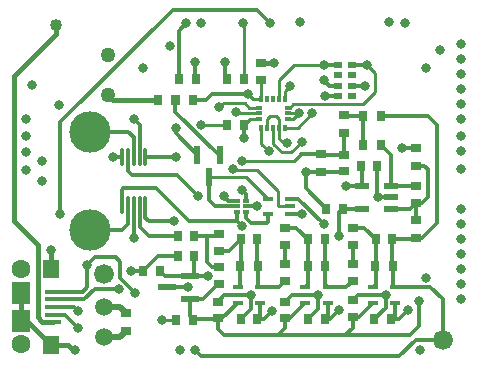
<source format=gbl>
%FSLAX24Y24*%
%MOIN*%
G70*
G01*
G75*
G04 Layer_Physical_Order=4*
G04 Layer_Color=16711680*
%ADD10R,0.0354X0.0315*%
%ADD11R,0.0315X0.0354*%
%ADD12R,0.0276X0.0354*%
%ADD13R,0.0319X0.0661*%
%ADD14R,0.0394X0.0315*%
%ADD15R,0.0276X0.0591*%
%ADD16R,0.0600X0.0300*%
%ADD17R,0.0300X0.0598*%
%ADD18R,0.0598X0.0300*%
%ADD19R,0.0217X0.0394*%
%ADD20R,0.0157X0.0157*%
%ADD21C,0.0150*%
%ADD22C,0.0120*%
%ADD23C,0.0100*%
%ADD24C,0.0181*%
%ADD25C,0.0630*%
%ADD26C,0.0661*%
%ADD27C,0.0591*%
%ADD28C,0.1378*%
%ADD29C,0.0320*%
%ADD30C,0.0400*%
%ADD31C,0.0500*%
%ADD32R,0.0354X0.0276*%
%ADD33R,0.0532X0.0157*%
%ADD34R,0.0630X0.0748*%
%ADD35R,0.0551X0.0630*%
%ADD36R,0.0236X0.0591*%
%ADD37R,0.0591X0.0236*%
%ADD38O,0.0118X0.0650*%
%ADD39R,0.0335X0.0157*%
%ADD40R,0.0512X0.0217*%
%ADD41R,0.0209X0.0118*%
%ADD42R,0.0193X0.0118*%
%ADD43R,0.0201X0.0136*%
%ADD44R,0.0136X0.0201*%
%ADD45R,0.0315X0.0197*%
%ADD46C,0.0200*%
D10*
X7100Y1474D02*
D03*
Y2026D02*
D03*
X9350Y1474D02*
D03*
Y2026D02*
D03*
X11600Y1524D02*
D03*
Y2076D02*
D03*
X11300Y6374D02*
D03*
Y6926D02*
D03*
X8550Y9424D02*
D03*
Y9976D02*
D03*
X9350Y3276D02*
D03*
Y2724D02*
D03*
X11600Y3276D02*
D03*
Y2724D02*
D03*
D11*
X6326Y3550D02*
D03*
X5774D02*
D03*
X5176Y3050D02*
D03*
X4624D02*
D03*
X6276Y1400D02*
D03*
X5724D02*
D03*
X7874Y4100D02*
D03*
X8426D02*
D03*
X10124D02*
D03*
X10676D02*
D03*
X5774Y4200D02*
D03*
X6326D02*
D03*
X8426Y1450D02*
D03*
X7874D02*
D03*
X10676D02*
D03*
X10124D02*
D03*
X12374Y4100D02*
D03*
X12926D02*
D03*
X12876Y1450D02*
D03*
X12324D02*
D03*
X11274Y5126D02*
D03*
X10723D02*
D03*
X11874Y6550D02*
D03*
X12426D02*
D03*
X7976Y7900D02*
D03*
X7424D02*
D03*
D12*
X7995Y9450D02*
D03*
X7405D02*
D03*
X5805Y9450D02*
D03*
X6395D02*
D03*
X8445Y3200D02*
D03*
X7855D02*
D03*
X10695D02*
D03*
X10105D02*
D03*
X12945D02*
D03*
X12355D02*
D03*
X11955Y8200D02*
D03*
X12545D02*
D03*
X11955Y7250D02*
D03*
X12545D02*
D03*
X5105Y8750D02*
D03*
X5695D02*
D03*
X6295Y8750D02*
D03*
X5705D02*
D03*
D21*
X3450Y8900D02*
X3600Y8750D01*
X1100Y1500D02*
Y3900D01*
X300Y4700D02*
X1100Y3900D01*
X300Y4700D02*
Y9550D01*
X3600Y8750D02*
X5105D01*
X1700Y10950D02*
Y11250D01*
X300Y9550D02*
X1700Y10950D01*
X1534Y3110D02*
Y3734D01*
X550Y1378D02*
Y2322D01*
X747Y1378D02*
X1534Y590D01*
X2300Y400D02*
X2350D01*
X2110Y590D02*
X2300Y400D01*
X1534Y590D02*
X2110D01*
X1100Y1500D02*
X1262Y1338D01*
X1603D01*
X8550Y9976D02*
X8976D01*
D22*
X5695Y8359D02*
Y8750D01*
Y8359D02*
X7130Y6924D01*
X7174D01*
X5700Y7650D02*
Y7800D01*
Y7650D02*
X6426Y6924D01*
X6295Y8750D02*
X6700D01*
X6900Y8950D01*
X8100D01*
X11150Y4200D02*
Y5002D01*
X12892Y5126D02*
X13521D01*
X13700Y5305D01*
X12545Y8200D02*
X14100D01*
X14400Y7900D01*
Y4650D02*
Y7900D01*
X13905Y4155D02*
X14400Y4650D01*
X13700Y4155D02*
X13905D01*
X13700Y5305D02*
X13905D01*
X14100Y5500D01*
Y6450D01*
X13995Y6555D02*
X14100Y6450D01*
X13700Y6555D02*
X13995D01*
X13250Y7150D02*
X13255Y7145D01*
X13700D01*
X12426Y5524D02*
Y6550D01*
X11908Y5874D02*
Y6517D01*
X10050Y5799D02*
Y6350D01*
Y5799D02*
X10723Y5126D01*
X10550Y6355D02*
X11280D01*
X11274Y5126D02*
X11908D01*
X9524Y5456D02*
X9794D01*
X10650Y4600D01*
X13700Y4745D02*
Y5305D01*
X12892Y5895D02*
Y6903D01*
X12913Y5895D02*
X13700D01*
X11374Y5874D02*
X11908D01*
X12545Y7250D02*
X12892Y6903D01*
X12450Y5500D02*
X12892D01*
X13645Y4100D02*
X13700Y4155D01*
X12926Y4100D02*
X13645D01*
X10055Y6355D02*
X10550D01*
X2006Y1594D02*
X2450Y1150D01*
X1603Y1594D02*
X2006D01*
X2300Y1850D02*
X2450Y1700D01*
X1603Y1850D02*
X2300D01*
X1603Y2106D02*
X2656D01*
X1603Y2362D02*
X2612D01*
X10650Y9400D02*
X10827Y9223D01*
X11114D01*
X5805Y11055D02*
X6050Y11300D01*
X5805Y9450D02*
Y11055D01*
X6350Y9495D02*
X6395Y9450D01*
X6350Y9495D02*
Y10000D01*
X7350Y9505D02*
X7405Y9450D01*
X7350Y9505D02*
Y10000D01*
X8400Y11750D02*
X8850Y11300D01*
X5750Y6250D02*
X6450Y5550D01*
X7300D02*
X7453Y5397D01*
X7752D01*
X7000Y5200D02*
X7752D01*
X6800Y5400D02*
X7000Y5200D01*
X6800Y5400D02*
Y6176D01*
X7750Y4700D02*
X7752Y4698D01*
Y5003D01*
Y4698D02*
X7900Y4550D01*
Y5750D02*
X8040Y5610D01*
Y5397D02*
Y5610D01*
X6150Y4700D02*
X7750D01*
X3950Y5800D02*
X5050D01*
X6150Y4700D01*
X9894Y4944D02*
X9900Y4950D01*
X9524Y4944D02*
X9894D01*
X8200Y4650D02*
X8750D01*
X8776Y4676D01*
Y4944D01*
X8048Y4802D02*
X8200Y4650D01*
X8048Y4802D02*
Y5003D01*
Y5200D02*
X8400D01*
X5693Y6857D02*
X5700Y6850D01*
X7055Y4200D02*
X7150Y4295D01*
X4497Y4503D02*
X4800Y4200D01*
X5774D01*
X6174Y2874D02*
X6776D01*
X6326Y2898D02*
Y3550D01*
X4624Y3050D02*
X5124Y3550D01*
X5774D01*
X4250Y6250D02*
X5750D01*
X4800Y4700D02*
X5650D01*
X4694Y4806D02*
X4800Y4700D01*
X4694Y4806D02*
Y5243D01*
X2850Y7684D02*
X4116D01*
X4300Y7500D01*
Y6857D02*
Y7500D01*
X2850Y4416D02*
X3916D01*
X4103Y4603D01*
Y5243D01*
X4497Y4503D02*
Y5243D01*
X7150Y3705D02*
X7479D01*
X7874Y4100D01*
Y3220D02*
Y4100D01*
X7855Y3200D02*
X7874Y3220D01*
X7855Y2585D02*
Y3200D01*
X7776Y2506D02*
X7855Y2585D01*
X8445Y2585D02*
Y3200D01*
X8426Y3220D02*
Y4100D01*
X10124Y3220D02*
Y4100D01*
X10105Y3200D02*
X10124Y3220D01*
X10105Y2585D02*
Y3200D01*
X10026Y2506D02*
X10105Y2585D01*
X10695Y2585D02*
Y3200D01*
Y2585D02*
X10774Y2506D01*
X10676Y3220D02*
Y4100D01*
X12945Y2585D02*
Y3200D01*
Y2585D02*
X13024Y2506D01*
X12276D02*
X12355Y2585D01*
X12926Y3220D02*
Y4100D01*
Y3220D02*
X12945Y3200D01*
X6174Y1552D02*
Y2126D01*
Y1552D02*
X6276Y1450D01*
X7075D01*
X7100Y1100D02*
X7300Y900D01*
X9100D01*
X9350Y1150D01*
Y1474D01*
Y2026D02*
X9574Y2250D01*
X10026D01*
X7100Y1474D02*
X7256D01*
X7776Y1994D01*
X7100Y1100D02*
Y1474D01*
X7324Y2250D02*
X7776D01*
X7100Y2026D02*
X7324Y2250D01*
X9350Y1474D02*
X9506D01*
X10026Y1994D01*
Y2250D02*
X10450D01*
Y1776D02*
Y2250D01*
X10124Y1450D02*
X10450Y1776D01*
X7776Y2250D02*
X8200D01*
Y1776D02*
Y2250D01*
X7874Y1450D02*
X8200Y1776D01*
X9100Y900D02*
X11350D01*
X11600Y1150D01*
Y1524D01*
X11774Y2250D02*
X12276D01*
X11600Y2076D02*
X11774Y2250D01*
X11600Y1524D02*
X11806D01*
X12276Y1994D01*
Y2250D02*
X12700D01*
Y1826D02*
Y2250D01*
X12324Y1450D02*
X12700Y1826D01*
X8650Y1450D02*
X8900Y1700D01*
X8426Y1450D02*
X8500D01*
X8650D01*
X8500D02*
Y1970D01*
X10850Y1450D02*
X11150Y1750D01*
X10676Y1450D02*
X10774D01*
X10850D01*
X10774D02*
Y1994D01*
X13150Y1450D02*
X13450Y1750D01*
X12876Y1450D02*
X13024D01*
X13150D01*
X13024D02*
Y1994D01*
X5426Y2500D02*
X6100D01*
X4200Y3050D02*
X4624D01*
X5352Y2874D02*
X6174D01*
X5176Y3050D02*
X5352Y2874D01*
X13024Y2506D02*
X14194D01*
X14600Y2100D01*
Y750D02*
Y2100D01*
X13500Y900D02*
X13800Y1200D01*
Y2050D01*
X11350Y900D02*
X13500D01*
X4103Y6397D02*
X4250Y6250D01*
X4103Y6397D02*
Y6857D01*
X2656Y2106D02*
X3000Y2450D01*
X3800D01*
X2612Y2362D02*
X2750Y2500D01*
Y3250D01*
X3000Y3500D01*
X3700D01*
X3850Y3350D01*
Y2800D02*
Y3350D01*
Y2800D02*
X4350Y2300D01*
X4300Y4150D02*
Y5243D01*
X4497Y6857D02*
Y7903D01*
X4300Y8100D02*
X4497Y7903D01*
X3607Y6857D02*
X3906D01*
Y5756D02*
X3950Y5800D01*
X3906Y5243D02*
Y5756D01*
X10632Y9931D02*
X11114D01*
X11586D02*
X12069D01*
X10668Y8868D02*
X11114D01*
X11586Y9223D02*
X12023D01*
X4694Y6857D02*
X5693D01*
X7976Y7474D02*
Y7900D01*
X13700Y750D02*
X14600D01*
X6350Y400D02*
X6550Y200D01*
X13150D01*
X13700Y750D01*
X11955Y7250D02*
Y8200D01*
X11345D02*
X11955D01*
X11300Y6926D02*
Y7655D01*
X10570Y6926D02*
X11300D01*
X10550Y6945D02*
X10570Y6926D01*
X9895Y6945D02*
X10550D01*
X9132Y2506D02*
X9350Y2724D01*
X8524Y2506D02*
X9132D01*
X9350Y4495D02*
X9729D01*
X10124Y4100D01*
X9350Y3276D02*
Y3905D01*
X11381Y2506D02*
X11600Y2724D01*
X10774Y2506D02*
X11381D01*
X11600Y3276D02*
Y3905D01*
Y4495D02*
X11979D01*
X12374Y4100D01*
Y2604D02*
Y4100D01*
X6905Y3195D02*
X7150D01*
X6750Y3350D02*
X6905Y3195D01*
X6750Y3350D02*
Y4200D01*
X6326D02*
X6750D01*
X7055D01*
X7105Y2605D02*
X7150D01*
X6626Y2126D02*
X7105Y2605D01*
X6174Y2126D02*
X6626D01*
X1850Y4950D02*
Y8000D01*
X5600Y11750D01*
X8400D01*
D23*
X12069Y9931D02*
X12350Y9650D01*
Y9000D02*
Y9650D01*
X10555Y8600D02*
X10557Y8598D01*
X11948D02*
X12350Y9000D01*
X10557Y8598D02*
X11948D01*
X8962Y7288D02*
X9250Y7000D01*
X9550D01*
X9900Y7350D01*
X5250Y1400D02*
X5724D01*
X9650Y6700D02*
X9895Y6945D01*
X7900Y6700D02*
X9650D01*
X8556Y7294D02*
X8800Y7050D01*
X8556Y7294D02*
Y7818D01*
X7700Y8350D02*
X7744Y8306D01*
X6800Y6176D02*
X8056D01*
X8776Y5456D01*
X9100Y5200D02*
X9524D01*
X9100D02*
Y5700D01*
X8400Y6400D02*
X9100Y5700D01*
X7650Y6400D02*
X8400D01*
X7600Y6450D02*
X7650Y6400D01*
X6550Y7900D02*
X6550Y7900D01*
X7424D01*
X7950Y11300D02*
X7995Y11255D01*
Y9450D02*
Y11255D01*
X8179Y8103D02*
X8468D01*
X7976Y7900D02*
X8179Y8103D01*
X7750Y8300D02*
X8468D01*
X8153Y8497D02*
X8468D01*
X8000Y8650D02*
X8153Y8497D01*
X7300Y8650D02*
X8000D01*
X7150Y8500D02*
X7300Y8650D01*
X8268Y8782D02*
X8556D01*
X8100Y8950D02*
X8268Y8782D01*
X8556D02*
Y9418D01*
X9147Y8782D02*
Y9430D01*
X9648Y9931D02*
X10632D01*
X9147Y9430D02*
X9648Y9931D01*
X9344Y8782D02*
Y9044D01*
X9500Y9200D01*
X9432Y8497D02*
X9497D01*
X9600Y8600D01*
X10555D01*
X9432Y8300D02*
X9800D01*
X9432Y8103D02*
X9603D01*
X9800Y8300D01*
X9768Y7818D02*
X10250Y8300D01*
X9344Y7818D02*
X9768D01*
X9147D02*
Y8103D01*
X9050Y8200D02*
X9147Y8103D01*
X8850Y8200D02*
X9050D01*
X8759Y8109D02*
X8850Y8200D01*
X8759Y7818D02*
Y8109D01*
X9147Y7453D02*
Y7818D01*
Y7453D02*
X9300Y7300D01*
X8950D02*
Y7818D01*
X8962Y7288D02*
Y7300D01*
D25*
X550Y3100D02*
D03*
Y600D02*
D03*
D26*
X3300Y2950D02*
D03*
X14600Y750D02*
D03*
D27*
X3300Y850D02*
D03*
Y1850D02*
D03*
D28*
X2850Y7684D02*
D03*
Y4416D02*
D03*
D29*
X1850Y4950D02*
D03*
X1534Y3734D02*
D03*
X1826Y8574D02*
D03*
X1250Y6050D02*
D03*
Y6700D02*
D03*
X700Y6400D02*
D03*
Y7000D02*
D03*
Y7550D02*
D03*
Y8100D02*
D03*
X900Y9250D02*
D03*
X11150Y4200D02*
D03*
X13250Y7150D02*
D03*
X11374Y5874D02*
D03*
X12450Y5500D02*
D03*
X2350Y400D02*
D03*
X2450Y1150D02*
D03*
Y1700D02*
D03*
X2750Y3250D02*
D03*
X9500Y9200D02*
D03*
X10650Y9400D02*
D03*
X7350Y10000D02*
D03*
X6350D02*
D03*
X5500Y10550D02*
D03*
X6050Y11300D02*
D03*
X8850D02*
D03*
X5700Y7800D02*
D03*
X6450Y5550D02*
D03*
X7300D02*
D03*
X7900Y5750D02*
D03*
Y4550D02*
D03*
X10650Y4600D02*
D03*
X9900Y4950D02*
D03*
X8400Y5200D02*
D03*
X5650Y4700D02*
D03*
X5700Y6850D02*
D03*
X15200Y8100D02*
D03*
Y8600D02*
D03*
Y9100D02*
D03*
Y9600D02*
D03*
Y10100D02*
D03*
Y10600D02*
D03*
X14500Y10400D02*
D03*
X15200Y5100D02*
D03*
Y4600D02*
D03*
Y4100D02*
D03*
Y3600D02*
D03*
Y3100D02*
D03*
Y2600D02*
D03*
Y2100D02*
D03*
X10450Y2250D02*
D03*
X8200D02*
D03*
X12700D02*
D03*
X8900Y1700D02*
D03*
X11150Y1750D02*
D03*
X13450D02*
D03*
X6100Y2500D02*
D03*
X4200Y3050D02*
D03*
X10050Y6350D02*
D03*
X13800Y2050D02*
D03*
X14050Y2800D02*
D03*
Y9800D02*
D03*
X13850Y400D02*
D03*
X6350D02*
D03*
X6776Y2874D02*
D03*
X4350Y2300D02*
D03*
X3800Y2450D02*
D03*
X4600Y9800D02*
D03*
X4300Y4150D02*
D03*
Y8100D02*
D03*
X3607Y6857D02*
D03*
X5850Y400D02*
D03*
X12800Y11350D02*
D03*
X9850Y11350D02*
D03*
X10632Y9931D02*
D03*
X12069D02*
D03*
X10668Y8868D02*
D03*
X12023Y9223D02*
D03*
X7976Y7474D02*
D03*
X9800Y8300D02*
D03*
X9400Y7300D02*
D03*
X9900Y7350D02*
D03*
X5250Y1400D02*
D03*
X7900Y6700D02*
D03*
X8800Y7050D02*
D03*
X7700Y8350D02*
D03*
X7150Y8500D02*
D03*
X7600Y6450D02*
D03*
X6550Y7900D02*
D03*
X8100Y8950D02*
D03*
X13350Y11300D02*
D03*
X15200Y7550D02*
D03*
Y7050D02*
D03*
Y6450D02*
D03*
X10250Y8300D02*
D03*
X6550Y11300D02*
D03*
X7950D02*
D03*
X8976Y9976D02*
D03*
D30*
X1700Y11250D02*
D03*
D31*
X3450Y8900D02*
D03*
Y10250D02*
D03*
D32*
X11300Y7655D02*
D03*
Y8245D02*
D03*
X7150Y3705D02*
D03*
Y4295D02*
D03*
X9350Y4495D02*
D03*
Y3905D02*
D03*
X11600Y4495D02*
D03*
Y3905D02*
D03*
X13700Y5305D02*
D03*
Y5895D02*
D03*
X10550Y6945D02*
D03*
Y6355D02*
D03*
X13700Y6555D02*
D03*
Y7145D02*
D03*
X7150Y2605D02*
D03*
Y3195D02*
D03*
X4050Y1055D02*
D03*
Y1645D02*
D03*
X13700Y4745D02*
D03*
Y4155D02*
D03*
D33*
X1603Y1338D02*
D03*
Y1594D02*
D03*
Y2362D02*
D03*
Y2106D02*
D03*
Y1850D02*
D03*
D34*
X550Y2322D02*
D03*
Y1378D02*
D03*
D35*
X1534Y3110D02*
D03*
Y590D02*
D03*
D36*
X6426Y6924D02*
D03*
X7174D02*
D03*
X6800Y6176D02*
D03*
D37*
X6174Y2874D02*
D03*
Y2126D02*
D03*
X5426Y2500D02*
D03*
D38*
X3906Y6857D02*
D03*
X4103D02*
D03*
X4300D02*
D03*
X4497D02*
D03*
X4694D02*
D03*
X3906Y5243D02*
D03*
X4103D02*
D03*
X4300D02*
D03*
X4497D02*
D03*
X4694D02*
D03*
D39*
X8524Y1994D02*
D03*
Y2506D02*
D03*
X7776D02*
D03*
Y2250D02*
D03*
Y1994D02*
D03*
X10774D02*
D03*
Y2506D02*
D03*
X10026D02*
D03*
Y2250D02*
D03*
Y1994D02*
D03*
X13024D02*
D03*
Y2506D02*
D03*
X12276D02*
D03*
Y2250D02*
D03*
Y1994D02*
D03*
X8776Y5456D02*
D03*
Y4944D02*
D03*
X9524D02*
D03*
Y5200D02*
D03*
Y5456D02*
D03*
D40*
X11908Y5874D02*
D03*
Y5126D02*
D03*
X12892D02*
D03*
Y5500D02*
D03*
Y5874D02*
D03*
D41*
X8040Y5397D02*
D03*
D42*
X8048Y5200D02*
D03*
Y5003D02*
D03*
X7752D02*
D03*
Y5200D02*
D03*
Y5397D02*
D03*
D43*
X8468Y8497D02*
D03*
Y8300D02*
D03*
Y8103D02*
D03*
X9432D02*
D03*
Y8300D02*
D03*
Y8497D02*
D03*
D44*
X8556Y7818D02*
D03*
X8753D02*
D03*
X8950D02*
D03*
X9147D02*
D03*
X9344D02*
D03*
Y8782D02*
D03*
X9147D02*
D03*
X8950D02*
D03*
X8753D02*
D03*
X8556D02*
D03*
D45*
X11114Y9931D02*
D03*
Y9577D02*
D03*
Y9223D02*
D03*
Y8868D02*
D03*
X11586D02*
D03*
Y9223D02*
D03*
Y9577D02*
D03*
Y9931D02*
D03*
D46*
X3300Y850D02*
X3845D01*
X4050Y1055D01*
X3300Y1850D02*
X3845D01*
X4050Y1645D01*
M02*

</source>
